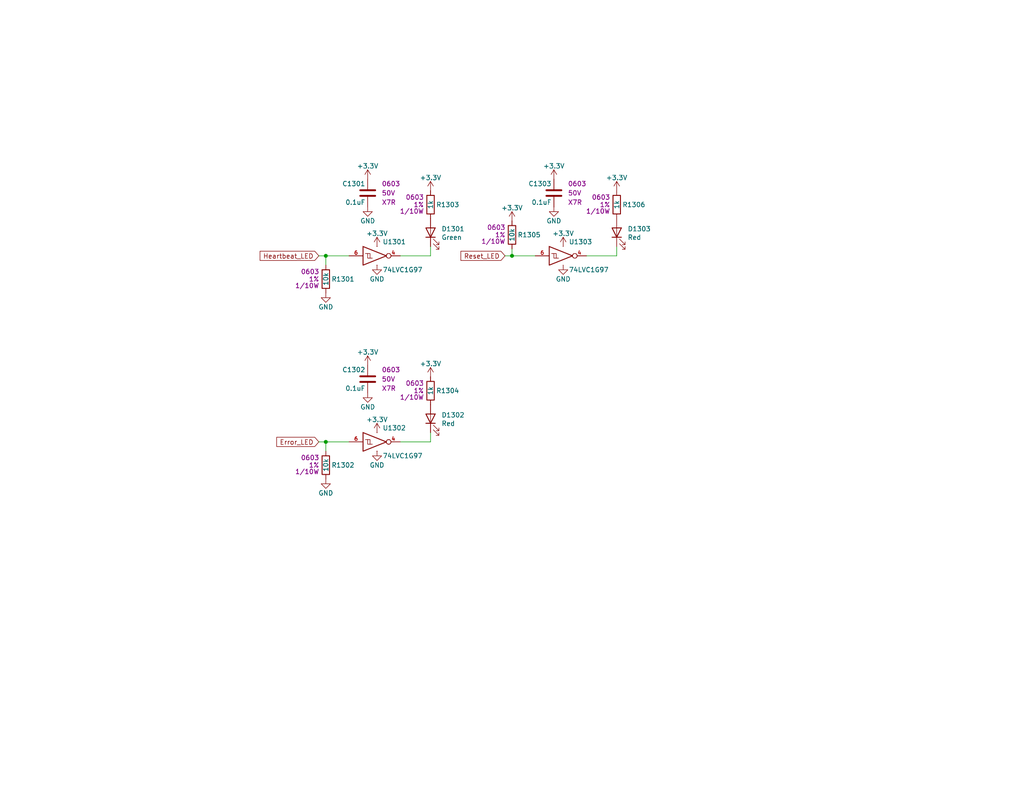
<source format=kicad_sch>
(kicad_sch (version 20230121) (generator eeschema)
  (paper "A")
  (title_block (title "USB Hub") (date "2023-08-20") (rev "PRELIM") (company "Drew Maatman"))
  (lib_symbols
    (symbol "Custom Library:74LVC1G97_Power_NOT" (pin_names (offset 1.016) hide)
      (property "Reference" "U" (at 1.524 3.81 0))
      (property "Value" "74LVC1G97_Power_NOT" (at 1.524 -3.81 0))
      (symbol "74LVC1G97_Power_NOT_1_1"
        (polyline (pts (xy -2.54 0.635) (xy -1.905 0.635) (xy -1.905 -0.635)))
        (polyline (pts (xy -3.81 2.54) (xy -3.81 -2.54) (xy 2.54 0) (xy -3.81 2.54)) (stroke (width 0.254)))
        (polyline (pts (xy -3.175 0.635) (xy -2.54 0.635) (xy -2.54 -0.635) (xy -1.27 -0.635)))
        (pin power_in line (at 0 2.54 90) (length 0) (name "VCC") (number "1"))
        (pin power_in line (at 0 -2.54 270) (length 0) (name "GND") (number "2"))
        (pin power_in line (at 0 -2.54 270) (length 0) (name "GND") (number "3"))
        (pin output inverted (at 6.35 0 180) (length 3.81) (name "~") (number "4"))
        (pin power_in line (at 0 2.54 90) (length 0) (name "VCC") (number "5"))
        (pin input line (at -7.62 0 0) (length 3.81) (name "~") (number "6"))
      )
    )
    (symbol "Custom_Library:C_Custom" (pin_numbers hide) (pin_names (offset 0.254))
      (property "Reference" "C" (at 0.635 2.54 0))
      (property "Value" "C_Custom" (at 0.635 -2.54 0))
      (property "display_footprint" "Foot" (at -3.81 2.54 0))
      (property "Voltage" "V" (at -3.81 0 0))
      (property "Dielectric" "Er" (at -3.81 -2.54 0))
      (symbol "C_Custom_0_1"
        (polyline (pts (xy -2.032 -0.762) (xy 2.032 -0.762)) (stroke (width 0.508)))
        (polyline (pts (xy -2.032 0.762) (xy 2.032 0.762)) (stroke (width 0.508)))
      )
      (symbol "C_Custom_1_1"
        (pin passive line (at 0 3.81 270) (length 2.794) (name "~") (number "1"))
        (pin passive line (at 0 -3.81 90) (length 2.794) (name "~") (number "2"))
      )
    )
    (symbol "Custom_Library:R_Custom" (pin_numbers hide) (pin_names (offset 1.016) hide)
      (property "Reference" "R" (at -2.54 0 90))
      (property "Value" "R_Custom" (at 0 0 90))
      (property "display_footprint" "Foot" (at 2.54 0 90))
      (property "Tolerance" "Tol" (at 5.08 0 90))
      (property "Wattage" "W" (at 7.62 0 90))
      (symbol "R_Custom_0_1"
        (rectangle (start 1.016 2.54) (end -1.016 -2.54) (stroke (width 0.254)))
      )
      (symbol "R_Custom_1_1"
        (pin passive line (at 0 3.81 270) (length 1.27) (name "1") (number "1"))
        (pin passive line (at 0 -3.81 90) (length 1.27) (name "2") (number "2"))
      )
    )
    (symbol "Device:LED" (pin_numbers hide) (pin_names (offset 1.016) hide)
      (property "Reference" "D" (at 0 2.54 0))
      (property "Value" "LED" (at 0 -2.54 0))
      (symbol "LED_0_1"
        (polyline (pts (xy -1.27 -1.27) (xy -1.27 1.27)) (stroke (width 0.254)))
        (polyline (pts (xy -1.27 0) (xy 1.27 0)))
        (polyline (pts (xy 1.27 -1.27) (xy 1.27 1.27) (xy -1.27 0) (xy 1.27 -1.27)) (stroke (width 0.254)))
        (polyline (pts (xy -3.048 -0.762) (xy -4.572 -2.286) (xy -3.81 -2.286) (xy -4.572 -2.286) (xy -4.572 -1.524)))
        (polyline (pts (xy -1.778 -0.762) (xy -3.302 -2.286) (xy -2.54 -2.286) (xy -3.302 -2.286) (xy -3.302 -1.524)))
      )
      (symbol "LED_1_1"
        (pin passive line (at -3.81 0 0) (length 2.54) (name "K") (number "1"))
        (pin passive line (at 3.81 0 180) (length 2.54) (name "A") (number "2"))
      )
    )
    (symbol "power:+3.3V" (power) (pin_names (offset 0))
      (property "Value" "+3.3V" (at 0 3.556 0))
      (symbol "+3.3V_0_1"
        (polyline (pts (xy -0.762 1.27) (xy 0 2.54)))
        (polyline (pts (xy 0 0) (xy 0 2.54)))
        (polyline (pts (xy 0 2.54) (xy 0.762 1.27)))
      )
      (symbol "+3.3V_1_1"
        (pin power_in line (at 0 0 90) (length 0) hide (name "+3.3V") (number "1"))
      )
    )
    (symbol "power:GND" (power) (pin_names (offset 0))
      (property "Value" "GND" (at 0 -3.81 0))
      (symbol "GND_0_1"
        (polyline (pts (xy 0 0) (xy 0 -1.27) (xy 1.27 -1.27) (xy 0 -2.54) (xy -1.27 -1.27) (xy 0 -1.27)))
      )
      (symbol "GND_1_1"
        (pin power_in line (at 0 0 270) (length 0) hide (name "GND") (number "1"))
      )
    )
  )
  (junction (at 88.9 120.65))
  (junction (at 88.9 69.85))
  (junction (at 139.7 69.85))
  (wire (pts (xy 109.22 69.85) (xy 117.475 69.85)))
  (wire (pts (xy 168.275 69.85) (xy 168.275 67.31)))
  (wire (pts (xy 139.7 69.85) (xy 146.05 69.85)))
  (wire (pts (xy 137.795 69.85) (xy 139.7 69.85)))
  (wire (pts (xy 95.25 69.85) (xy 88.9 69.85)))
  (wire (pts (xy 88.9 120.65) (xy 88.9 123.19)))
  (wire (pts (xy 117.475 120.65) (xy 117.475 118.11)))
  (wire (pts (xy 160.02 69.85) (xy 168.275 69.85)))
  (wire (pts (xy 86.995 69.85) (xy 88.9 69.85)))
  (wire (pts (xy 139.7 67.945) (xy 139.7 69.85)))
  (wire (pts (xy 95.25 120.65) (xy 88.9 120.65)))
  (wire (pts (xy 117.475 69.85) (xy 117.475 67.31)))
  (wire (pts (xy 86.995 120.65) (xy 88.9 120.65)))
  (wire (pts (xy 109.22 120.65) (xy 117.475 120.65)))
  (wire (pts (xy 88.9 69.85) (xy 88.9 72.39)))
  (global_label "Reset_LED" (shape input) (at 137.795 69.85 180) (property "Intersheetrefs" "${INTERSHEET_REFS}" (effects hide)))
  (global_label "Heartbeat_LED" (shape input) (at 86.995 69.85 180) (property "Intersheetrefs" "${INTERSHEET_REFS}" (effects hide)))
  (global_label "Error_LED" (shape input) (at 86.995 120.65 180) (property "Intersheetrefs" "${INTERSHEET_REFS}" (effects hide)))
  (symbol (lib_id "Custom_Library:C_Custom") (at 100.33 52.705 0) (mirror y) (unit 1)
    (property "Reference" "C1301" (at 99.695 50.165 0) (effects (justify left)))
    (property "Value" "0.1uF" (at 99.695 55.245 0) (effects (justify left)))
    (property "Footprint" "Capacitors_SMD:C_0603" (effects hide))
    (property "Digi-Key PN" "1276-1935-1-ND" (effects hide))
    (property "display_footprint" "0603" (at 104.14 50.165 0) (effects (justify right)))
    (property "Voltage" "50V" (at 104.14 52.705 0) (effects (justify right)))
    (property "Dielectric" "X7R" (at 104.14 55.245 0) (effects (justify right)))
  )
  (symbol (lib_id "Device:LED") (at 117.475 63.5 90) (unit 1)
    (property "Reference" "D1301" (at 120.4468 62.5094 90) (effects (justify right)))
    (property "Value" "Green" (at 120.4468 64.8208 90) (effects (justify right)))
    (property "Footprint" "LEDs:LED_0603" (effects hide))
    (property "Digi-Key PN" "754-1121-1-ND" (effects hide))
  )
  (symbol (lib_id "Custom_Library:R_Custom") (at 117.475 55.88 0) (mirror y) (unit 1)
    (property "Reference" "R1303" (at 118.999 55.88 0) (effects (justify right)))
    (property "Value" "1k" (at 117.475 55.88 90))
    (property "Footprint" "Resistors_SMD:R_0603" (effects hide))
    (property "display_footprint" "0603" (at 115.697 53.848 0) (effects (justify left)))
    (property "Tolerance" "1%" (at 115.697 55.88 0) (effects (justify left)))
    (property "Wattage" "1/10W" (at 115.697 57.658 0) (effects (justify left)))
  )
  (symbol (lib_id "power:+3.3V") (at 117.475 52.07 0) (unit 1)
    (property "Reference" "#PWR01311" (effects hide))
    (property "Value" "+3.3V" (at 117.475 48.514 0))
  )
  (symbol (lib_id "power:+3.3V") (at 100.33 48.895 0) (unit 1)
    (property "Reference" "#PWR01303" (effects hide))
    (property "Value" "+3.3V" (at 100.33 45.339 0))
  )
  (symbol (lib_id "power:GND") (at 100.33 56.515 0) (unit 1)
    (property "Reference" "#PWR01304" (effects hide))
    (property "Value" "GND" (at 100.33 60.325 0))
  )
  (symbol (lib_id "Custom_Library:R_Custom") (at 88.9 76.2 0) (mirror y) (unit 1)
    (property "Reference" "R1301" (at 90.424 76.2 0) (effects (justify right)))
    (property "Value" "10k" (at 88.9 76.2 90))
    (property "Footprint" "Resistors_SMD:R_0603" (effects hide))
    (property "display_footprint" "0603" (at 87.122 74.168 0) (effects (justify left)))
    (property "Tolerance" "1%" (at 87.122 76.2 0) (effects (justify left)))
    (property "Wattage" "1/10W" (at 87.122 77.978 0) (effects (justify left)))
  )
  (symbol (lib_id "power:GND") (at 88.9 80.01 0) (unit 1)
    (property "Reference" "#PWR01301" (effects hide))
    (property "Value" "GND" (at 88.9 83.82 0))
  )
  (symbol (lib_id "Custom_Library:C_Custom") (at 151.13 52.705 0) (mirror y) (unit 1)
    (property "Reference" "C1303" (at 150.495 50.165 0) (effects (justify left)))
    (property "Value" "0.1uF" (at 150.495 55.245 0) (effects (justify left)))
    (property "Footprint" "Capacitors_SMD:C_0603" (effects hide))
    (property "Digi-Key PN" "1276-1935-1-ND" (effects hide))
    (property "display_footprint" "0603" (at 154.94 50.165 0) (effects (justify right)))
    (property "Voltage" "50V" (at 154.94 52.705 0) (effects (justify right)))
    (property "Dielectric" "X7R" (at 154.94 55.245 0) (effects (justify right)))
  )
  (symbol (lib_id "Device:LED") (at 168.275 63.5 90) (unit 1)
    (property "Reference" "D1303" (at 171.2468 62.5094 90) (effects (justify right)))
    (property "Value" "Red" (at 171.2468 64.8208 90) (effects (justify right)))
    (property "Footprint" "LEDs:LED_0603" (effects hide))
    (property "Digi-Key PN" "754-1117-1-ND" (effects hide))
  )
  (symbol (lib_id "Custom_Library:R_Custom") (at 168.275 55.88 0) (mirror y) (unit 1)
    (property "Reference" "R1306" (at 169.799 55.88 0) (effects (justify right)))
    (property "Value" "1k" (at 168.275 55.88 90))
    (property "Footprint" "Resistors_SMD:R_0603" (effects hide))
    (property "display_footprint" "0603" (at 166.497 53.848 0) (effects (justify left)))
    (property "Tolerance" "1%" (at 166.497 55.88 0) (effects (justify left)))
    (property "Wattage" "1/10W" (at 166.497 57.658 0) (effects (justify left)))
  )
  (symbol (lib_id "power:+3.3V") (at 168.275 52.07 0) (unit 1)
    (property "Reference" "#PWR01318" (effects hide))
    (property "Value" "+3.3V" (at 168.275 48.514 0))
  )
  (symbol (lib_id "power:+3.3V") (at 151.13 48.895 0) (unit 1)
    (property "Reference" "#PWR01314" (effects hide))
    (property "Value" "+3.3V" (at 151.13 45.339 0))
  )
  (symbol (lib_id "power:GND") (at 151.13 56.515 0) (unit 1)
    (property "Reference" "#PWR01315" (effects hide))
    (property "Value" "GND" (at 151.13 60.325 0))
  )
  (symbol (lib_id "Custom_Library:R_Custom") (at 139.7 64.135 0) (mirror y) (unit 1)
    (property "Reference" "R1305" (at 141.224 64.135 0) (effects (justify right)))
    (property "Value" "10k" (at 139.7 64.135 90))
    (property "Footprint" "Resistors_SMD:R_0603" (effects hide))
    (property "display_footprint" "0603" (at 137.922 62.103 0) (effects (justify left)))
    (property "Tolerance" "1%" (at 137.922 64.135 0) (effects (justify left)))
    (property "Wattage" "1/10W" (at 137.922 65.913 0) (effects (justify left)))
  )
  (symbol (lib_id "power:+3.3V") (at 139.7 60.325 0) (unit 1)
    (property "Reference" "#PWR01313" (effects hide))
    (property "Value" "+3.3V" (at 139.7 56.769 0))
  )
  (symbol (lib_id "Custom_Library:C_Custom") (at 100.33 103.505 0) (mirror y) (unit 1)
    (property "Reference" "C1302" (at 99.695 100.965 0) (effects (justify left)))
    (property "Value" "0.1uF" (at 99.695 106.045 0) (effects (justify left)))
    (property "Footprint" "Capacitors_SMD:C_0603" (effects hide))
    (property "Digi-Key PN" "1276-1935-1-ND" (effects hide))
    (property "display_footprint" "0603" (at 104.14 100.965 0) (effects (justify right)))
    (property "Voltage" "50V" (at 104.14 103.505 0) (effects (justify right)))
    (property "Dielectric" "X7R" (at 104.14 106.045 0) (effects (justify right)))
  )
  (symbol (lib_id "Custom_Library:R_Custom") (at 117.475 106.68 0) (mirror y) (unit 1)
    (property "Reference" "R1304" (at 118.999 106.68 0) (effects (justify right)))
    (property "Value" "1k" (at 117.475 106.68 90))
    (property "Footprint" "Resistors_SMD:R_0603" (effects hide))
    (property "display_footprint" "0603" (at 115.697 104.648 0) (effects (justify left)))
    (property "Tolerance" "1%" (at 115.697 106.68 0) (effects (justify left)))
    (property "Wattage" "1/10W" (at 115.697 108.458 0) (effects (justify left)))
  )
  (symbol (lib_id "power:+3.3V") (at 117.475 102.87 0) (unit 1)
    (property "Reference" "#PWR01312" (effects hide))
    (property "Value" "+3.3V" (at 117.475 99.314 0))
  )
  (symbol (lib_id "power:+3.3V") (at 100.33 99.695 0) (unit 1)
    (property "Reference" "#PWR01305" (effects hide))
    (property "Value" "+3.3V" (at 100.33 96.139 0))
  )
  (symbol (lib_id "power:GND") (at 100.33 107.315 0) (unit 1)
    (property "Reference" "#PWR01306" (effects hide))
    (property "Value" "GND" (at 100.33 111.125 0))
  )
  (symbol (lib_id "Custom_Library:R_Custom") (at 88.9 127 0) (mirror y) (unit 1)
    (property "Reference" "R1302" (at 90.424 127 0) (effects (justify right)))
    (property "Value" "10k" (at 88.9 127 90))
    (property "Footprint" "Resistors_SMD:R_0603" (effects hide))
    (property "display_footprint" "0603" (at 87.122 124.968 0) (effects (justify left)))
    (property "Tolerance" "1%" (at 87.122 127 0) (effects (justify left)))
    (property "Wattage" "1/10W" (at 87.122 128.778 0) (effects (justify left)))
  )
  (symbol (lib_id "power:GND") (at 88.9 130.81 0) (unit 1)
    (property "Reference" "#PWR01302" (effects hide))
    (property "Value" "GND" (at 88.9 134.62 0))
  )
  (symbol (lib_id "Device:LED") (at 117.475 114.3 90) (unit 1)
    (property "Reference" "D1302" (at 120.4468 113.3094 90) (effects (justify right)))
    (property "Value" "Red" (at 120.4468 115.6208 90) (effects (justify right)))
    (property "Footprint" "LEDs:LED_0603" (effects hide))
    (property "Digi-Key PN" "754-1117-1-ND" (effects hide))
  )
  (symbol (lib_id "power:+3.3V") (at 102.87 67.31 0) (unit 1)
    (property "Reference" "#PWR01307" (effects hide))
    (property "Value" "+3.3V" (at 102.87 63.754 0))
  )
  (symbol (lib_id "power:GND") (at 102.87 72.39 0) (unit 1)
    (property "Reference" "#PWR01308" (effects hide))
    (property "Value" "GND" (at 102.87 76.2 0))
  )
  (symbol (lib_id "power:+3.3V") (at 153.67 67.31 0) (unit 1)
    (property "Reference" "#PWR01316" (effects hide))
    (property "Value" "+3.3V" (at 153.67 63.754 0))
  )
  (symbol (lib_id "power:GND") (at 153.67 72.39 0) (unit 1)
    (property "Reference" "#PWR01317" (effects hide))
    (property "Value" "GND" (at 153.67 76.2 0))
  )
  (symbol (lib_id "power:+3.3V") (at 102.87 118.11 0) (unit 1)
    (property "Reference" "#PWR01309" (effects hide))
    (property "Value" "+3.3V" (at 102.87 114.554 0))
  )
  (symbol (lib_id "power:GND") (at 102.87 123.19 0) (unit 1)
    (property "Reference" "#PWR01310" (effects hide))
    (property "Value" "GND" (at 102.87 127 0))
  )
  (symbol (lib_id "Custom Library:74LVC1G97_Power_NOT") (at 102.87 69.85 0) (unit 1)
    (property "Reference" "U1301" (at 104.394 66.04 0) (effects (justify left)))
    (property "Value" "74LVC1G97" (at 104.394 73.66 0) (effects (justify left)))
    (property "Footprint" "Package_TO_SOT_SMD:SOT-363_SC-70-6" (effects hide))
    (property "Datasheet" "http://www.ti.com/lit/ds/symlink/sn74lvc1g97.pdf" (effects hide))
    (property "Digi-Key PN" "296-15582-1-ND" (effects hide))
  )
  (symbol (lib_id "Custom Library:74LVC1G97_Power_NOT") (at 102.87 120.65 0) (unit 1)
    (property "Reference" "U1302" (at 104.394 116.84 0) (effects (justify left)))
    (property "Value" "74LVC1G97" (at 104.394 124.46 0) (effects (justify left)))
    (property "Footprint" "Package_TO_SOT_SMD:SOT-363_SC-70-6" (effects hide))
    (property "Datasheet" "http://www.ti.com/lit/ds/symlink/sn74lvc1g97.pdf" (effects hide))
    (property "Digi-Key PN" "296-15582-1-ND" (effects hide))
  )
  (symbol (lib_id "Custom Library:74LVC1G97_Power_NOT") (at 153.67 69.85 0) (unit 1)
    (property "Reference" "U1303" (at 155.194 66.04 0) (effects (justify left)))
    (property "Value" "74LVC1G97" (at 155.194 73.66 0) (effects (justify left)))
    (property "Footprint" "Package_TO_SOT_SMD:SOT-363_SC-70-6" (effects hide))
    (property "Datasheet" "http://www.ti.com/lit/ds/symlink/sn74lvc1g97.pdf" (effects hide))
    (property "Digi-Key PN" "296-15582-1-ND" (effects hide))
  )
)
</source>
